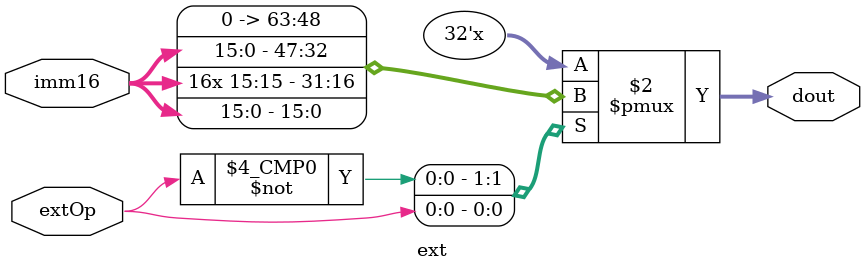
<source format=v>
module ext (imm16, extOp, dout);
    input                extOp;
    input       [15:0]   imm16;
    output reg  [31:0]   dout;

    always @ ( * ) begin
        case (extOp)
            0: dout = {16'h0000, imm16};// Logical Cal;
            1: dout = {{16{imm16[15]}}, imm16};// Arithmetic Cal;;
        endcase
    end
endmodule // Extender;

</source>
